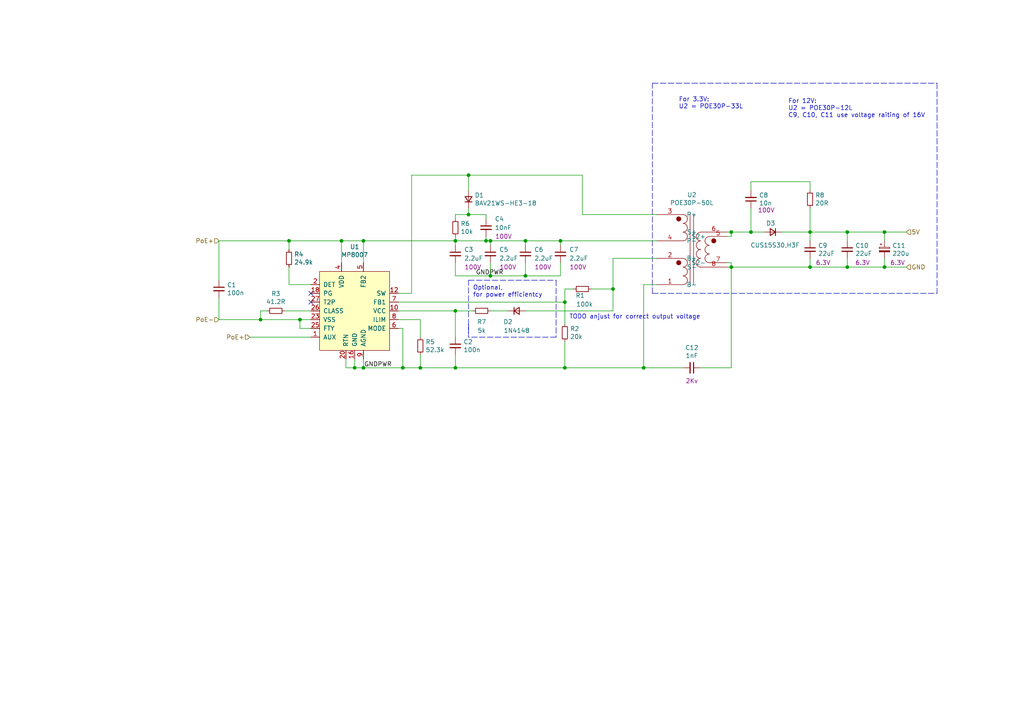
<source format=kicad_sch>
(kicad_sch (version 20211123) (generator eeschema)

  (uuid 6a45789b-3855-401f-8139-3c734f7f52f9)

  (paper "A4")

  (lib_symbols
    (symbol "Device:CP_Small" (pin_numbers hide) (pin_names (offset 0.254) hide) (in_bom yes) (on_board yes)
      (property "Reference" "C" (id 0) (at 0.254 1.778 0)
        (effects (font (size 1.27 1.27)) (justify left))
      )
      (property "Value" "Device_CP_Small" (id 1) (at 0.254 -2.032 0)
        (effects (font (size 1.27 1.27)) (justify left))
      )
      (property "Footprint" "" (id 2) (at 0 0 0)
        (effects (font (size 1.27 1.27)) hide)
      )
      (property "Datasheet" "" (id 3) (at 0 0 0)
        (effects (font (size 1.27 1.27)) hide)
      )
      (property "ki_fp_filters" "CP_*" (id 4) (at 0 0 0)
        (effects (font (size 1.27 1.27)) hide)
      )
      (symbol "CP_Small_0_1"
        (rectangle (start -1.524 -0.3048) (end 1.524 -0.6858)
          (stroke (width 0) (type default) (color 0 0 0 0))
          (fill (type outline))
        )
        (rectangle (start -1.524 0.6858) (end 1.524 0.3048)
          (stroke (width 0) (type default) (color 0 0 0 0))
          (fill (type none))
        )
        (polyline
          (pts
            (xy -1.27 1.524)
            (xy -0.762 1.524)
          )
          (stroke (width 0) (type default) (color 0 0 0 0))
          (fill (type none))
        )
        (polyline
          (pts
            (xy -1.016 1.27)
            (xy -1.016 1.778)
          )
          (stroke (width 0) (type default) (color 0 0 0 0))
          (fill (type none))
        )
      )
      (symbol "CP_Small_1_1"
        (pin passive line (at 0 2.54 270) (length 1.8542)
          (name "~" (effects (font (size 1.27 1.27))))
          (number "1" (effects (font (size 1.27 1.27))))
        )
        (pin passive line (at 0 -2.54 90) (length 1.8542)
          (name "~" (effects (font (size 1.27 1.27))))
          (number "2" (effects (font (size 1.27 1.27))))
        )
      )
    )
    (symbol "Device:C_Small" (pin_numbers hide) (pin_names (offset 0.254) hide) (in_bom yes) (on_board yes)
      (property "Reference" "C" (id 0) (at 0.254 1.778 0)
        (effects (font (size 1.27 1.27)) (justify left))
      )
      (property "Value" "C_Small" (id 1) (at 0.254 -2.032 0)
        (effects (font (size 1.27 1.27)) (justify left))
      )
      (property "Footprint" "" (id 2) (at 0 0 0)
        (effects (font (size 1.27 1.27)) hide)
      )
      (property "Datasheet" "~" (id 3) (at 0 0 0)
        (effects (font (size 1.27 1.27)) hide)
      )
      (property "ki_keywords" "capacitor cap" (id 4) (at 0 0 0)
        (effects (font (size 1.27 1.27)) hide)
      )
      (property "ki_description" "Unpolarized capacitor, small symbol" (id 5) (at 0 0 0)
        (effects (font (size 1.27 1.27)) hide)
      )
      (property "ki_fp_filters" "C_*" (id 6) (at 0 0 0)
        (effects (font (size 1.27 1.27)) hide)
      )
      (symbol "C_Small_0_1"
        (polyline
          (pts
            (xy -1.524 -0.508)
            (xy 1.524 -0.508)
          )
          (stroke (width 0.3302) (type default) (color 0 0 0 0))
          (fill (type none))
        )
        (polyline
          (pts
            (xy -1.524 0.508)
            (xy 1.524 0.508)
          )
          (stroke (width 0.3048) (type default) (color 0 0 0 0))
          (fill (type none))
        )
      )
      (symbol "C_Small_1_1"
        (pin passive line (at 0 2.54 270) (length 2.032)
          (name "~" (effects (font (size 1.27 1.27))))
          (number "1" (effects (font (size 1.27 1.27))))
        )
        (pin passive line (at 0 -2.54 90) (length 2.032)
          (name "~" (effects (font (size 1.27 1.27))))
          (number "2" (effects (font (size 1.27 1.27))))
        )
      )
    )
    (symbol "Device:D_Small" (pin_numbers hide) (pin_names (offset 0.254) hide) (in_bom yes) (on_board yes)
      (property "Reference" "D" (id 0) (at -1.27 2.032 0)
        (effects (font (size 1.27 1.27)) (justify left))
      )
      (property "Value" "D_Small" (id 1) (at -3.81 -2.032 0)
        (effects (font (size 1.27 1.27)) (justify left))
      )
      (property "Footprint" "" (id 2) (at 0 0 90)
        (effects (font (size 1.27 1.27)) hide)
      )
      (property "Datasheet" "~" (id 3) (at 0 0 90)
        (effects (font (size 1.27 1.27)) hide)
      )
      (property "ki_keywords" "diode" (id 4) (at 0 0 0)
        (effects (font (size 1.27 1.27)) hide)
      )
      (property "ki_description" "Diode, small symbol" (id 5) (at 0 0 0)
        (effects (font (size 1.27 1.27)) hide)
      )
      (property "ki_fp_filters" "TO-???* *_Diode_* *SingleDiode* D_*" (id 6) (at 0 0 0)
        (effects (font (size 1.27 1.27)) hide)
      )
      (symbol "D_Small_0_1"
        (polyline
          (pts
            (xy -0.762 -1.016)
            (xy -0.762 1.016)
          )
          (stroke (width 0.254) (type default) (color 0 0 0 0))
          (fill (type none))
        )
        (polyline
          (pts
            (xy -0.762 0)
            (xy 0.762 0)
          )
          (stroke (width 0) (type default) (color 0 0 0 0))
          (fill (type none))
        )
        (polyline
          (pts
            (xy 0.762 -1.016)
            (xy -0.762 0)
            (xy 0.762 1.016)
            (xy 0.762 -1.016)
          )
          (stroke (width 0.254) (type default) (color 0 0 0 0))
          (fill (type none))
        )
      )
      (symbol "D_Small_1_1"
        (pin passive line (at -2.54 0 0) (length 1.778)
          (name "K" (effects (font (size 1.27 1.27))))
          (number "1" (effects (font (size 1.27 1.27))))
        )
        (pin passive line (at 2.54 0 180) (length 1.778)
          (name "A" (effects (font (size 1.27 1.27))))
          (number "2" (effects (font (size 1.27 1.27))))
        )
      )
    )
    (symbol "Device:R_Small" (pin_numbers hide) (pin_names (offset 0.254) hide) (in_bom yes) (on_board yes)
      (property "Reference" "R" (id 0) (at 0.762 0.508 0)
        (effects (font (size 1.27 1.27)) (justify left))
      )
      (property "Value" "R_Small" (id 1) (at 0.762 -1.016 0)
        (effects (font (size 1.27 1.27)) (justify left))
      )
      (property "Footprint" "" (id 2) (at 0 0 0)
        (effects (font (size 1.27 1.27)) hide)
      )
      (property "Datasheet" "~" (id 3) (at 0 0 0)
        (effects (font (size 1.27 1.27)) hide)
      )
      (property "ki_keywords" "R resistor" (id 4) (at 0 0 0)
        (effects (font (size 1.27 1.27)) hide)
      )
      (property "ki_description" "Resistor, small symbol" (id 5) (at 0 0 0)
        (effects (font (size 1.27 1.27)) hide)
      )
      (property "ki_fp_filters" "R_*" (id 6) (at 0 0 0)
        (effects (font (size 1.27 1.27)) hide)
      )
      (symbol "R_Small_0_1"
        (rectangle (start -0.762 1.778) (end 0.762 -1.778)
          (stroke (width 0.2032) (type default) (color 0 0 0 0))
          (fill (type none))
        )
      )
      (symbol "R_Small_1_1"
        (pin passive line (at 0 2.54 270) (length 0.762)
          (name "~" (effects (font (size 1.27 1.27))))
          (number "1" (effects (font (size 1.27 1.27))))
        )
        (pin passive line (at 0 -2.54 90) (length 0.762)
          (name "~" (effects (font (size 1.27 1.27))))
          (number "2" (effects (font (size 1.27 1.27))))
        )
      )
    )
    (symbol "b033:POE70P-50L" (pin_names (offset 1.016)) (in_bom yes) (on_board yes)
      (property "Reference" "U" (id 0) (at 0 0 0)
        (effects (font (size 1.27 1.27)))
      )
      (property "Value" "POE70P-50L" (id 1) (at 0 12.7 0)
        (effects (font (size 1.27 1.27)))
      )
      (property "Footprint" "" (id 2) (at 0 0 0)
        (effects (font (size 1.27 1.27)) hide)
      )
      (property "Datasheet" "" (id 3) (at 0 0 0)
        (effects (font (size 1.27 1.27)) hide)
      )
      (symbol "POE70P-50L_0_1"
        (circle (center -3.81 -3.81) (radius 0.635)
          (stroke (width 0) (type default) (color 0 0 0 0))
          (fill (type outline))
        )
        (circle (center -3.81 8.89) (radius 0.635)
          (stroke (width 0) (type default) (color 0 0 0 0))
          (fill (type outline))
        )
        (circle (center 6.35 2.54) (radius 0.635)
          (stroke (width 0) (type default) (color 0 0 0 0))
          (fill (type outline))
        )
      )
      (symbol "POE70P-50L_1_1"
        (arc (start -2.54 -10.16) (mid -1.642 -9.788) (end -1.2954 -8.89)
          (stroke (width 0) (type default) (color 0 0 0 0))
          (fill (type none))
        )
        (arc (start -2.54 -7.62) (mid -1.642 -7.248) (end -1.2954 -6.35)
          (stroke (width 0) (type default) (color 0 0 0 0))
          (fill (type none))
        )
        (arc (start -2.54 -5.08) (mid -1.642 -4.708) (end -1.2954 -3.81)
          (stroke (width 0) (type default) (color 0 0 0 0))
          (fill (type none))
        )
        (arc (start -2.54 2.54) (mid -1.642 2.912) (end -1.2954 3.81)
          (stroke (width 0) (type default) (color 0 0 0 0))
          (fill (type none))
        )
        (arc (start -2.54 5.08) (mid -1.642 5.452) (end -1.2954 6.35)
          (stroke (width 0) (type default) (color 0 0 0 0))
          (fill (type none))
        )
        (arc (start -2.54 7.62) (mid -1.642 7.992) (end -1.2954 8.89)
          (stroke (width 0) (type default) (color 0 0 0 0))
          (fill (type none))
        )
        (arc (start -1.2954 -8.89) (mid -1.6599 -8.0099) (end -2.54 -7.6454)
          (stroke (width 0) (type default) (color 0 0 0 0))
          (fill (type none))
        )
        (arc (start -1.2954 -6.35) (mid -1.6599 -5.4699) (end -2.54 -5.1054)
          (stroke (width 0) (type default) (color 0 0 0 0))
          (fill (type none))
        )
        (arc (start -1.2954 -3.81) (mid -1.6599 -2.9299) (end -2.54 -2.5654)
          (stroke (width 0) (type default) (color 0 0 0 0))
          (fill (type none))
        )
        (arc (start -1.2954 3.81) (mid -1.6599 4.6901) (end -2.54 5.0546)
          (stroke (width 0) (type default) (color 0 0 0 0))
          (fill (type none))
        )
        (arc (start -1.2954 6.35) (mid -1.6599 7.2301) (end -2.54 7.5946)
          (stroke (width 0) (type default) (color 0 0 0 0))
          (fill (type none))
        )
        (arc (start -1.2954 8.89) (mid -1.6599 9.7701) (end -2.54 10.1346)
          (stroke (width 0) (type default) (color 0 0 0 0))
          (fill (type none))
        )
        (polyline
          (pts
            (xy -0.508 -10.16)
            (xy -0.508 10.16)
          )
          (stroke (width 0) (type default) (color 0 0 0 0))
          (fill (type none))
        )
        (polyline
          (pts
            (xy 0.508 10.16)
            (xy 0.508 -10.16)
          )
          (stroke (width 0) (type default) (color 0 0 0 0))
          (fill (type none))
        )
        (arc (start 1.27 -3.81) (mid 1.642 -4.708) (end 2.54 -5.08)
          (stroke (width 0) (type default) (color 0 0 0 0))
          (fill (type none))
        )
        (arc (start 1.27 -1.27) (mid 1.642 -2.168) (end 2.54 -2.54)
          (stroke (width 0) (type default) (color 0 0 0 0))
          (fill (type none))
        )
        (arc (start 1.27 1.27) (mid 1.642 0.372) (end 2.54 0)
          (stroke (width 0) (type default) (color 0 0 0 0))
          (fill (type none))
        )
        (arc (start 1.27 3.81) (mid 1.642 2.912) (end 2.54 2.54)
          (stroke (width 0) (type default) (color 0 0 0 0))
          (fill (type none))
        )
        (arc (start 2.54 -2.5654) (mid 1.6599 -2.9299) (end 1.27 -3.81)
          (stroke (width 0) (type default) (color 0 0 0 0))
          (fill (type none))
        )
        (arc (start 2.54 -0.0254) (mid 1.6599 -0.3899) (end 1.27 -1.27)
          (stroke (width 0) (type default) (color 0 0 0 0))
          (fill (type none))
        )
        (arc (start 2.54 2.5146) (mid 1.6599 2.1501) (end 1.27 1.27)
          (stroke (width 0) (type default) (color 0 0 0 0))
          (fill (type none))
        )
        (arc (start 2.54 5.0546) (mid 1.6599 4.6901) (end 1.27 3.81)
          (stroke (width 0) (type default) (color 0 0 0 0))
          (fill (type none))
        )
        (arc (start 3.81 -2.54) (mid 4.182 -3.438) (end 5.08 -3.81)
          (stroke (width 0) (type default) (color 0 0 0 0))
          (fill (type none))
        )
        (arc (start 3.81 0) (mid 4.182 -0.898) (end 5.08 -1.27)
          (stroke (width 0) (type default) (color 0 0 0 0))
          (fill (type none))
        )
        (arc (start 3.81 2.54) (mid 4.182 1.642) (end 5.08 1.27)
          (stroke (width 0) (type default) (color 0 0 0 0))
          (fill (type none))
        )
        (arc (start 5.08 -1.2954) (mid 4.1999 -1.6599) (end 3.81 -2.54)
          (stroke (width 0) (type default) (color 0 0 0 0))
          (fill (type none))
        )
        (arc (start 5.08 1.2446) (mid 4.1999 0.8801) (end 3.81 0)
          (stroke (width 0) (type default) (color 0 0 0 0))
          (fill (type none))
        )
        (arc (start 5.08 3.7846) (mid 4.1999 3.4201) (end 3.81 2.54)
          (stroke (width 0) (type default) (color 0 0 0 0))
          (fill (type none))
        )
        (pin passive line (at -10.16 -10.16 0) (length 7.62)
          (name "B-" (effects (font (size 1.27 1.27))))
          (number "1" (effects (font (size 1.27 1.27))))
        )
        (pin passive line (at -10.16 -2.54 0) (length 7.62)
          (name "B+" (effects (font (size 1.27 1.27))))
          (number "2" (effects (font (size 1.27 1.27))))
        )
        (pin passive line (at -10.16 10.16 0) (length 7.62)
          (name "P+" (effects (font (size 1.27 1.27))))
          (number "3" (effects (font (size 1.27 1.27))))
        )
        (pin passive line (at -10.16 2.54 0) (length 7.62)
          (name "P-" (effects (font (size 1.27 1.27))))
          (number "4" (effects (font (size 1.27 1.27))))
        )
        (pin passive line (at 10.16 3.81 180) (length 5.08)
          (name "S2+" (effects (font (size 1.27 1.27))))
          (number "5" (effects (font (size 1.27 1.27))))
        )
        (pin passive line (at 10.16 5.08 180) (length 7.62)
          (name "S+" (effects (font (size 1.27 1.27))))
          (number "6" (effects (font (size 1.27 1.27))))
        )
        (pin passive line (at 10.16 -3.81 180) (length 5.08)
          (name "S2-" (effects (font (size 1.27 1.27))))
          (number "7" (effects (font (size 1.27 1.27))))
        )
        (pin passive line (at 10.16 -5.08 180) (length 7.62)
          (name "S-" (effects (font (size 1.27 1.27))))
          (number "8" (effects (font (size 1.27 1.27))))
        )
      )
    )
    (symbol "board-rescue:MP8007-local" (pin_names (offset 1.016)) (in_bom yes) (on_board yes)
      (property "Reference" "U" (id 0) (at -5.08 11.43 0)
        (effects (font (size 1.27 1.27)))
      )
      (property "Value" "board-rescue_MP8007-local" (id 1) (at -1.27 -13.97 0)
        (effects (font (size 1.27 1.27)))
      )
      (property "Footprint" "" (id 2) (at -5.08 11.43 0)
        (effects (font (size 1.27 1.27)) hide)
      )
      (property "Datasheet" "" (id 3) (at -5.08 11.43 0)
        (effects (font (size 1.27 1.27)) hide)
      )
      (symbol "MP8007-local_0_1"
        (rectangle (start -6.35 10.16) (end 13.97 -12.7)
          (stroke (width 0) (type default) (color 0 0 0 0))
          (fill (type background))
        )
      )
      (symbol "MP8007-local_1_1"
        (pin input line (at -8.89 -8.89 0) (length 2.54)
          (name "AUX" (effects (font (size 1.27 1.27))))
          (number "1" (effects (font (size 1.27 1.27))))
        )
        (pin input line (at 16.51 -1.27 180) (length 2.54)
          (name "VCC" (effects (font (size 1.27 1.27))))
          (number "10" (effects (font (size 1.27 1.27))))
        )
        (pin input line (at 16.51 3.81 180) (length 2.54)
          (name "SW" (effects (font (size 1.27 1.27))))
          (number "12" (effects (font (size 1.27 1.27))))
        )
        (pin input line (at 16.51 3.81 180) (length 2.54) hide
          (name "~" (effects (font (size 1.27 1.27))))
          (number "13" (effects (font (size 1.27 1.27))))
        )
        (pin input line (at 3.81 -15.24 90) (length 2.54)
          (name "GND" (effects (font (size 1.27 1.27))))
          (number "16" (effects (font (size 1.27 1.27))))
        )
        (pin input line (at 3.81 -15.24 90) (length 2.54) hide
          (name "~" (effects (font (size 1.27 1.27))))
          (number "17" (effects (font (size 1.27 1.27))))
        )
        (pin input line (at -8.89 3.81 0) (length 2.54)
          (name "PG" (effects (font (size 1.27 1.27))))
          (number "18" (effects (font (size 1.27 1.27))))
        )
        (pin input line (at -8.89 6.35 0) (length 2.54)
          (name "DET" (effects (font (size 1.27 1.27))))
          (number "2" (effects (font (size 1.27 1.27))))
        )
        (pin input line (at 1.27 -15.24 90) (length 2.54)
          (name "RTN" (effects (font (size 1.27 1.27))))
          (number "20" (effects (font (size 1.27 1.27))))
        )
        (pin input line (at 1.27 -15.24 90) (length 2.54) hide
          (name "~" (effects (font (size 1.27 1.27))))
          (number "21" (effects (font (size 1.27 1.27))))
        )
        (pin input line (at -8.89 -3.81 0) (length 2.54)
          (name "VSS" (effects (font (size 1.27 1.27))))
          (number "23" (effects (font (size 1.27 1.27))))
        )
        (pin input line (at -8.89 -3.81 0) (length 2.54) hide
          (name "~" (effects (font (size 1.27 1.27))))
          (number "24" (effects (font (size 1.27 1.27))))
        )
        (pin input line (at -8.89 -6.35 0) (length 2.54)
          (name "FTY" (effects (font (size 1.27 1.27))))
          (number "25" (effects (font (size 1.27 1.27))))
        )
        (pin input line (at -8.89 -1.27 0) (length 2.54)
          (name "CLASS" (effects (font (size 1.27 1.27))))
          (number "26" (effects (font (size 1.27 1.27))))
        )
        (pin input line (at -8.89 1.27 0) (length 2.54)
          (name "T2P" (effects (font (size 1.27 1.27))))
          (number "27" (effects (font (size 1.27 1.27))))
        )
        (pin input line (at 3.81 -15.24 90) (length 2.54) hide
          (name "GND" (effects (font (size 1.27 1.27))))
          (number "29" (effects (font (size 1.27 1.27))))
        )
        (pin input line (at 0 12.7 270) (length 2.54)
          (name "VDD" (effects (font (size 1.27 1.27))))
          (number "4" (effects (font (size 1.27 1.27))))
        )
        (pin input line (at 6.35 12.7 270) (length 2.54)
          (name "FB2" (effects (font (size 1.27 1.27))))
          (number "5" (effects (font (size 1.27 1.27))))
        )
        (pin input line (at 16.51 -6.35 180) (length 2.54)
          (name "MODE" (effects (font (size 1.27 1.27))))
          (number "6" (effects (font (size 1.27 1.27))))
        )
        (pin input line (at 16.51 1.27 180) (length 2.54)
          (name "FB1" (effects (font (size 1.27 1.27))))
          (number "7" (effects (font (size 1.27 1.27))))
        )
        (pin input line (at 16.51 -3.81 180) (length 2.54)
          (name "ILIM" (effects (font (size 1.27 1.27))))
          (number "8" (effects (font (size 1.27 1.27))))
        )
        (pin input line (at 6.35 -15.24 90) (length 2.54)
          (name "AGND" (effects (font (size 1.27 1.27))))
          (number "9" (effects (font (size 1.27 1.27))))
        )
      )
    )
  )

  (junction (at 256.54 77.47) (diameter 0) (color 0 0 0 0)
    (uuid 057af6bb-cf6f-4bfb-b0c0-2e92a2c09a47)
  )
  (junction (at 234.95 77.47) (diameter 0) (color 0 0 0 0)
    (uuid 0ce8d3ab-2662-4158-8a2a-18b782908fc5)
  )
  (junction (at 142.24 69.85) (diameter 0) (color 0 0 0 0)
    (uuid 0ff508fd-18da-4ab7-9844-3c8a28c2587e)
  )
  (junction (at 132.08 90.17) (diameter 0) (color 0 0 0 0)
    (uuid 11a82611-b845-4333-a24e-b2ad6a8131a0)
  )
  (junction (at 142.24 80.01) (diameter 0) (color 0 0 0 0)
    (uuid 16bd6381-8ac0-4bf2-9dce-ecc20c724b8d)
  )
  (junction (at 102.87 106.68) (diameter 0) (color 0 0 0 0)
    (uuid 240e07e1-770b-4b27-894f-29fd601c924d)
  )
  (junction (at 132.08 106.68) (diameter 0) (color 0 0 0 0)
    (uuid 3b7cfda6-4679-4e99-854d-11e7f503b315)
  )
  (junction (at 132.08 69.85) (diameter 0) (color 0 0 0 0)
    (uuid 40165eda-4ba6-4565-9bb4-b9df6dbb08da)
  )
  (junction (at 105.41 106.68) (diameter 0) (color 0 0 0 0)
    (uuid 4a4ec8d9-3d72-4952-83d4-808f65849a2b)
  )
  (junction (at 163.83 106.68) (diameter 0) (color 0 0 0 0)
    (uuid 520848c9-07c5-4c55-928f-97058af72a92)
  )
  (junction (at 152.4 80.01) (diameter 0) (color 0 0 0 0)
    (uuid 60dcd1fe-7079-4cb8-b509-04558ccf5097)
  )
  (junction (at 105.41 69.85) (diameter 0) (color 0 0 0 0)
    (uuid 63ff1c93-3f96-4c33-b498-5dd8c33bccc0)
  )
  (junction (at 75.565 92.71) (diameter 0) (color 0 0 0 0)
    (uuid 6441b183-b8f2-458f-a23d-60e2b1f66dd6)
  )
  (junction (at 162.56 69.85) (diameter 0) (color 0 0 0 0)
    (uuid 70e15522-1572-4451-9c0d-6d36ac70d8c6)
  )
  (junction (at 256.54 67.31) (diameter 0) (color 0 0 0 0)
    (uuid 7b044939-8c4d-444f-b9e0-a15fcdeb5a86)
  )
  (junction (at 212.09 77.47) (diameter 0) (color 0 0 0 0)
    (uuid 7f52d787-caa3-4a92-b1b2-19d554dc29a4)
  )
  (junction (at 212.09 67.31) (diameter 0) (color 0 0 0 0)
    (uuid 8087f566-a94d-4bbc-985b-e49ee7762296)
  )
  (junction (at 163.83 87.63) (diameter 0) (color 0 0 0 0)
    (uuid 91f39f89-5780-45fb-a921-225d78f7cfb8)
  )
  (junction (at 177.8 83.82) (diameter 0) (color 0 0 0 0)
    (uuid 9ae2a8ba-8e15-47c3-8e54-7b5a4d168d3a)
  )
  (junction (at 217.805 67.31) (diameter 0) (color 0 0 0 0)
    (uuid 9b3c58a7-a9b9-4498-abc0-f9f43e4f0292)
  )
  (junction (at 86.995 92.71) (diameter 0) (color 0 0 0 0)
    (uuid 9bb20359-0f8b-45bc-9d38-6626ed3a939d)
  )
  (junction (at 234.95 67.31) (diameter 0) (color 0 0 0 0)
    (uuid a9b3f6e4-7a6d-4ae8-ad28-3d8458e0ca1a)
  )
  (junction (at 121.92 106.68) (diameter 0) (color 0 0 0 0)
    (uuid ae5fe6fe-bc7c-4b65-bb00-379280d9763c)
  )
  (junction (at 140.97 69.85) (diameter 0) (color 0 0 0 0)
    (uuid af80deb4-0879-4ca7-9550-e2fc0ae9ca21)
  )
  (junction (at 83.82 69.85) (diameter 0) (color 0 0 0 0)
    (uuid b71636c1-4132-48e3-9204-739dec873f8e)
  )
  (junction (at 245.745 77.47) (diameter 0) (color 0 0 0 0)
    (uuid be645d0f-8568-47a0-a152-e3ddd33563eb)
  )
  (junction (at 99.06 69.85) (diameter 0) (color 0 0 0 0)
    (uuid c01d25cd-f4bb-4ef3-b5ea-533a2a4ddb2b)
  )
  (junction (at 152.4 69.85) (diameter 0) (color 0 0 0 0)
    (uuid c332fa55-4168-4f55-88a5-f82c7c21040b)
  )
  (junction (at 135.89 62.23) (diameter 0) (color 0 0 0 0)
    (uuid c830e3bc-dc64-4f65-8f47-3b106bae2807)
  )
  (junction (at 135.89 50.8) (diameter 0) (color 0 0 0 0)
    (uuid d5641ac9-9be7-46bf-90b3-6c83d852b5ba)
  )
  (junction (at 245.745 67.31) (diameter 0) (color 0 0 0 0)
    (uuid d5b800ca-1ab6-4b66-b5f7-2dda5658b504)
  )
  (junction (at 116.84 106.68) (diameter 0) (color 0 0 0 0)
    (uuid ea0cd904-4205-44ba-9130-cda7eaafed19)
  )
  (junction (at 186.69 106.68) (diameter 0) (color 0 0 0 0)
    (uuid ec5c2062-3a41-4636-8803-069e60a1641a)
  )

  (no_connect (at 90.17 87.63) (uuid 852dabbf-de45-4470-8176-59d37a754407))
  (no_connect (at 90.17 85.09) (uuid b5352a33-563a-4ffe-a231-2e68fb54afa3))

  (wire (pts (xy 102.87 106.68) (xy 100.33 106.68))
    (stroke (width 0) (type default) (color 0 0 0 0))
    (uuid 003c2200-0632-4808-a662-8ddd5d30c768)
  )
  (wire (pts (xy 186.69 82.55) (xy 190.5 82.55))
    (stroke (width 0) (type default) (color 0 0 0 0))
    (uuid 01e9b6e7-adf9-4ee7-9447-a588630ee4a2)
  )
  (wire (pts (xy 132.08 90.17) (xy 137.16 90.17))
    (stroke (width 0) (type default) (color 0 0 0 0))
    (uuid 02cbc65e-0f6f-4a8d-af09-ce19c898a947)
  )
  (wire (pts (xy 256.54 69.85) (xy 256.54 67.31))
    (stroke (width 0) (type default) (color 0 0 0 0))
    (uuid 0325ec43-0390-4ae2-b055-b1ec6ce17b1c)
  )
  (wire (pts (xy 63.5 69.85) (xy 63.5 81.28))
    (stroke (width 0) (type default) (color 0 0 0 0))
    (uuid 03c52831-5dc5-43c5-a442-8d23643b46fb)
  )
  (wire (pts (xy 132.08 80.01) (xy 142.24 80.01))
    (stroke (width 0) (type default) (color 0 0 0 0))
    (uuid 0755aee5-bc01-4cb5-b830-583289df50a3)
  )
  (polyline (pts (xy 135.89 96.52) (xy 135.89 81.28))
    (stroke (width 0) (type default) (color 0 0 0 0))
    (uuid 09e8f97a-12e9-485f-89f2-0980acdfb3f6)
  )

  (wire (pts (xy 166.37 83.82) (xy 163.83 83.82))
    (stroke (width 0) (type default) (color 0 0 0 0))
    (uuid 0ec0fce1-a505-4223-8032-dc820da65700)
  )
  (wire (pts (xy 212.09 77.47) (xy 234.95 77.47))
    (stroke (width 0) (type default) (color 0 0 0 0))
    (uuid 101ef598-601d-400e-9ef6-d655fbb1dbfa)
  )
  (wire (pts (xy 152.4 90.17) (xy 177.8 90.17))
    (stroke (width 0) (type default) (color 0 0 0 0))
    (uuid 15f7d860-bc3a-4f74-81bf-aef3a6d89b19)
  )
  (wire (pts (xy 132.08 90.17) (xy 132.08 97.79))
    (stroke (width 0) (type default) (color 0 0 0 0))
    (uuid 184c5f4f-80ff-4c30-8cb0-d3d23ffa6502)
  )
  (wire (pts (xy 115.57 87.63) (xy 163.83 87.63))
    (stroke (width 0) (type default) (color 0 0 0 0))
    (uuid 1922e0f8-88da-4cca-959b-702ec5419469)
  )
  (wire (pts (xy 83.82 82.55) (xy 90.17 82.55))
    (stroke (width 0) (type default) (color 0 0 0 0))
    (uuid 1bf544e3-5940-4576-9291-2464e95c0ee2)
  )
  (wire (pts (xy 135.89 55.245) (xy 135.89 50.8))
    (stroke (width 0) (type default) (color 0 0 0 0))
    (uuid 1e8701fc-ad24-40ea-846a-e3db538d6077)
  )
  (wire (pts (xy 217.805 55.245) (xy 217.805 52.705))
    (stroke (width 0) (type default) (color 0 0 0 0))
    (uuid 20c315f4-1e4f-49aa-8d61-778a7389df7e)
  )
  (wire (pts (xy 135.89 62.23) (xy 140.97 62.23))
    (stroke (width 0) (type default) (color 0 0 0 0))
    (uuid 25d545dc-8f50-4573-922c-35ef5a2a3a19)
  )
  (wire (pts (xy 234.95 77.47) (xy 245.745 77.47))
    (stroke (width 0) (type default) (color 0 0 0 0))
    (uuid 29195ea4-8218-44a1-b4bf-466bee0082e4)
  )
  (wire (pts (xy 63.5 86.36) (xy 63.5 92.71))
    (stroke (width 0) (type default) (color 0 0 0 0))
    (uuid 29e78086-2175-405e-9ba3-c48766d2f50c)
  )
  (wire (pts (xy 86.995 92.71) (xy 90.17 92.71))
    (stroke (width 0) (type default) (color 0 0 0 0))
    (uuid 2d210a96-f81f-42a9-8bf4-1b43c11086f3)
  )
  (wire (pts (xy 163.83 99.06) (xy 163.83 106.68))
    (stroke (width 0) (type default) (color 0 0 0 0))
    (uuid 2d67a417-188f-4014-9282-000265d80009)
  )
  (wire (pts (xy 63.5 69.85) (xy 83.82 69.85))
    (stroke (width 0) (type default) (color 0 0 0 0))
    (uuid 2d6db888-4e40-41c8-b701-07170fc894bc)
  )
  (wire (pts (xy 115.57 95.25) (xy 116.84 95.25))
    (stroke (width 0) (type default) (color 0 0 0 0))
    (uuid 2ef76171-d74b-42f3-bc52-b28af8f62e15)
  )
  (wire (pts (xy 168.91 62.23) (xy 190.5 62.23))
    (stroke (width 0) (type default) (color 0 0 0 0))
    (uuid 2f215f15-3d52-4c91-93e6-3ea03a95622f)
  )
  (wire (pts (xy 75.565 92.71) (xy 86.995 92.71))
    (stroke (width 0) (type default) (color 0 0 0 0))
    (uuid 31e08896-1992-4725-96d9-9d2728bca7a3)
  )
  (wire (pts (xy 142.24 69.85) (xy 140.97 69.85))
    (stroke (width 0) (type default) (color 0 0 0 0))
    (uuid 378af8b4-af3d-46e7-89ae-deff12ca9067)
  )
  (wire (pts (xy 210.82 68.58) (xy 212.09 68.58))
    (stroke (width 0) (type default) (color 0 0 0 0))
    (uuid 3a52f112-cb97-43db-aaeb-20afe27664d7)
  )
  (wire (pts (xy 105.41 104.14) (xy 105.41 106.68))
    (stroke (width 0) (type default) (color 0 0 0 0))
    (uuid 3acc6506-d57a-4e0c-8eec-c18172009809)
  )
  (wire (pts (xy 171.45 83.82) (xy 177.8 83.82))
    (stroke (width 0) (type default) (color 0 0 0 0))
    (uuid 3b7947da-a593-4da0-9047-c53311bda4f3)
  )
  (wire (pts (xy 121.92 92.71) (xy 121.92 97.79))
    (stroke (width 0) (type default) (color 0 0 0 0))
    (uuid 405e0c99-b2ba-48eb-993b-80b1aef1e013)
  )
  (wire (pts (xy 132.08 102.87) (xy 132.08 106.68))
    (stroke (width 0) (type default) (color 0 0 0 0))
    (uuid 40d91498-f33b-4c20-8cae-6cbc1f0b07e9)
  )
  (wire (pts (xy 221.615 67.31) (xy 217.805 67.31))
    (stroke (width 0) (type default) (color 0 0 0 0))
    (uuid 41acfe41-fac7-432a-a7a3-946566e2d504)
  )
  (wire (pts (xy 142.24 90.17) (xy 147.32 90.17))
    (stroke (width 0) (type default) (color 0 0 0 0))
    (uuid 46b0148d-e2a0-406f-ad59-69dc93d08a5e)
  )
  (wire (pts (xy 162.56 76.2) (xy 162.56 80.01))
    (stroke (width 0) (type default) (color 0 0 0 0))
    (uuid 4a21e717-d46d-4d9e-8b98-af4ecb02d3ec)
  )
  (wire (pts (xy 86.995 95.25) (xy 90.17 95.25))
    (stroke (width 0) (type default) (color 0 0 0 0))
    (uuid 4c8eb964-bdf4-44de-90e9-e2ab82dd5313)
  )
  (wire (pts (xy 186.69 106.68) (xy 186.69 82.55))
    (stroke (width 0) (type default) (color 0 0 0 0))
    (uuid 4f66b314-0f62-4fb6-8c3c-f9c6a75cd3ec)
  )
  (wire (pts (xy 132.08 76.2) (xy 132.08 80.01))
    (stroke (width 0) (type default) (color 0 0 0 0))
    (uuid 4fb21471-41be-4be8-9687-66030f97befc)
  )
  (wire (pts (xy 115.57 85.09) (xy 119.38 85.09))
    (stroke (width 0) (type default) (color 0 0 0 0))
    (uuid 4fd5280c-0e61-4fd6-9080-fa30f092297c)
  )
  (wire (pts (xy 256.54 67.31) (xy 262.89 67.31))
    (stroke (width 0) (type default) (color 0 0 0 0))
    (uuid 576c6616-e95d-4f1e-8ead-dea30fcdc8c2)
  )
  (polyline (pts (xy 161.29 81.28) (xy 161.29 97.79))
    (stroke (width 0) (type default) (color 0 0 0 0))
    (uuid 5aa71689-c092-443f-bb7e-e0bcc073ced1)
  )

  (wire (pts (xy 163.83 106.68) (xy 186.69 106.68))
    (stroke (width 0) (type default) (color 0 0 0 0))
    (uuid 5b9c68d3-8634-4be7-8356-150252d07d5a)
  )
  (wire (pts (xy 198.12 106.68) (xy 186.69 106.68))
    (stroke (width 0) (type default) (color 0 0 0 0))
    (uuid 5edcefbe-9766-42c8-9529-28d0ec865573)
  )
  (wire (pts (xy 163.83 87.63) (xy 163.83 93.98))
    (stroke (width 0) (type default) (color 0 0 0 0))
    (uuid 5f0f3e5a-d243-4e89-b297-44d5ee1f2875)
  )
  (wire (pts (xy 168.91 50.8) (xy 168.91 62.23))
    (stroke (width 0) (type default) (color 0 0 0 0))
    (uuid 61fe293f-6808-4b7f-9340-9aaac7054a97)
  )
  (wire (pts (xy 210.82 77.47) (xy 212.09 77.47))
    (stroke (width 0) (type default) (color 0 0 0 0))
    (uuid 65134029-dbd2-409a-85a8-13c2a33ff019)
  )
  (wire (pts (xy 72.39 97.79) (xy 90.17 97.79))
    (stroke (width 0) (type default) (color 0 0 0 0))
    (uuid 66043bca-a260-4915-9fce-8a51d324c687)
  )
  (wire (pts (xy 152.4 69.85) (xy 142.24 69.85))
    (stroke (width 0) (type default) (color 0 0 0 0))
    (uuid 68877d35-b796-44db-9124-b8e744e7412e)
  )
  (polyline (pts (xy 189.23 24.13) (xy 271.78 24.13))
    (stroke (width 0) (type default) (color 0 0 0 0))
    (uuid 7403e69e-3d33-49cf-adbd-0964e91897c3)
  )

  (wire (pts (xy 83.82 69.85) (xy 99.06 69.85))
    (stroke (width 0) (type default) (color 0 0 0 0))
    (uuid 78675a7c-978a-406e-826c-fcfa59ff4723)
  )
  (wire (pts (xy 234.95 67.31) (xy 245.745 67.31))
    (stroke (width 0) (type default) (color 0 0 0 0))
    (uuid 7a4ce4b3-518a-4819-b8b2-5127b3347c64)
  )
  (wire (pts (xy 83.82 72.39) (xy 83.82 69.85))
    (stroke (width 0) (type default) (color 0 0 0 0))
    (uuid 7aed3a71-054b-4aaa-9c0a-030523c32827)
  )
  (polyline (pts (xy 135.89 81.28) (xy 161.29 81.28))
    (stroke (width 0) (type default) (color 0 0 0 0))
    (uuid 7c43f979-cf52-40c1-b925-c13f4533bb6c)
  )

  (wire (pts (xy 115.57 90.17) (xy 132.08 90.17))
    (stroke (width 0) (type default) (color 0 0 0 0))
    (uuid 7d9ac997-beef-4d99-b925-723c3b2719d1)
  )
  (wire (pts (xy 132.08 69.85) (xy 105.41 69.85))
    (stroke (width 0) (type default) (color 0 0 0 0))
    (uuid 7e023245-2c2b-4e2b-bfb9-5d35176e88f2)
  )
  (wire (pts (xy 217.805 52.705) (xy 234.95 52.705))
    (stroke (width 0) (type default) (color 0 0 0 0))
    (uuid 7e0a03ae-d054-4f76-a131-5c09b8dc1636)
  )
  (wire (pts (xy 152.4 71.12) (xy 152.4 69.85))
    (stroke (width 0) (type default) (color 0 0 0 0))
    (uuid 7e20a38c-bfc6-4ad1-914f-16f85f69a7af)
  )
  (wire (pts (xy 100.33 106.68) (xy 100.33 104.14))
    (stroke (width 0) (type default) (color 0 0 0 0))
    (uuid 7edc9030-db7b-43ac-a1b3-b87eeacb4c2d)
  )
  (wire (pts (xy 210.82 76.2) (xy 212.09 76.2))
    (stroke (width 0) (type default) (color 0 0 0 0))
    (uuid 7f2301df-e4bc-479e-a681-cc59c9a2dbbb)
  )
  (wire (pts (xy 82.55 90.17) (xy 90.17 90.17))
    (stroke (width 0) (type default) (color 0 0 0 0))
    (uuid 80094b70-85ab-4ff6-934b-60d5ee65023a)
  )
  (wire (pts (xy 203.2 106.68) (xy 212.09 106.68))
    (stroke (width 0) (type default) (color 0 0 0 0))
    (uuid 81a15393-727e-448b-a777-b18773023d89)
  )
  (wire (pts (xy 177.8 74.93) (xy 190.5 74.93))
    (stroke (width 0) (type default) (color 0 0 0 0))
    (uuid 834a6e88-a667-436c-8984-968d3dc6b5ab)
  )
  (wire (pts (xy 116.84 106.68) (xy 121.92 106.68))
    (stroke (width 0) (type default) (color 0 0 0 0))
    (uuid 83cb2ffc-60c9-4193-95f5-e7ed231736d0)
  )
  (wire (pts (xy 142.24 76.2) (xy 142.24 80.01))
    (stroke (width 0) (type default) (color 0 0 0 0))
    (uuid 85b7594c-358f-454b-b2ad-dd0b1d67ed76)
  )
  (wire (pts (xy 142.24 71.12) (xy 142.24 69.85))
    (stroke (width 0) (type default) (color 0 0 0 0))
    (uuid 88a9e4a5-097e-4bcc-9933-97e526fca940)
  )
  (wire (pts (xy 132.08 68.58) (xy 132.08 69.85))
    (stroke (width 0) (type default) (color 0 0 0 0))
    (uuid 8c6a821f-8e19-48f3-8f44-9b340f7689bc)
  )
  (polyline (pts (xy 135.89 93.98) (xy 135.89 97.79))
    (stroke (width 0) (type default) (color 0 0 0 0))
    (uuid 9049abed-26e4-4d24-af33-8f164e007eaf)
  )

  (wire (pts (xy 256.54 77.47) (xy 262.89 77.47))
    (stroke (width 0) (type default) (color 0 0 0 0))
    (uuid 935f462d-8b1e-4005-9f1e-17f537ab1756)
  )
  (wire (pts (xy 63.5 92.71) (xy 75.565 92.71))
    (stroke (width 0) (type default) (color 0 0 0 0))
    (uuid 94a873dc-af67-4ef9-8159-1f7c93eeb3d7)
  )
  (wire (pts (xy 162.56 71.12) (xy 162.56 69.85))
    (stroke (width 0) (type default) (color 0 0 0 0))
    (uuid 958855b3-4fb1-4f0f-8144-522f8724af42)
  )
  (wire (pts (xy 212.09 67.31) (xy 210.82 67.31))
    (stroke (width 0) (type default) (color 0 0 0 0))
    (uuid 98c78427-acd5-4f90-9ad6-9f61c4809aec)
  )
  (wire (pts (xy 163.83 83.82) (xy 163.83 87.63))
    (stroke (width 0) (type default) (color 0 0 0 0))
    (uuid 98cdc14d-19b8-4927-9f66-8921cdc35ab3)
  )
  (polyline (pts (xy 161.29 97.79) (xy 135.89 97.79))
    (stroke (width 0) (type default) (color 0 0 0 0))
    (uuid 9a341c98-b4b7-4785-85e6-befff8f88490)
  )

  (wire (pts (xy 105.41 69.85) (xy 105.41 76.2))
    (stroke (width 0) (type default) (color 0 0 0 0))
    (uuid 9b0a1687-7e1b-4a04-a30b-c27a072a2949)
  )
  (wire (pts (xy 190.5 69.85) (xy 162.56 69.85))
    (stroke (width 0) (type default) (color 0 0 0 0))
    (uuid 9e1b837f-0d34-4a18-9644-9ee68f141f46)
  )
  (wire (pts (xy 99.06 69.85) (xy 99.06 76.2))
    (stroke (width 0) (type default) (color 0 0 0 0))
    (uuid a1823eb2-fb0d-4ed8-8b96-04184ac3a9d5)
  )
  (wire (pts (xy 116.84 95.25) (xy 116.84 106.68))
    (stroke (width 0) (type default) (color 0 0 0 0))
    (uuid a1deb9ae-28f6-4ee3-a544-965dcf68026c)
  )
  (wire (pts (xy 212.09 106.68) (xy 212.09 77.47))
    (stroke (width 0) (type default) (color 0 0 0 0))
    (uuid a4f86a46-3bc8-4daa-9125-a63f297eb114)
  )
  (wire (pts (xy 142.24 80.01) (xy 152.4 80.01))
    (stroke (width 0) (type default) (color 0 0 0 0))
    (uuid a5cd8da1-8f7f-4f80-bb23-0317de562222)
  )
  (wire (pts (xy 226.695 67.31) (xy 234.95 67.31))
    (stroke (width 0) (type default) (color 0 0 0 0))
    (uuid a6b7df29-bcf8-46a9-b623-7eaac47f5110)
  )
  (wire (pts (xy 212.09 76.2) (xy 212.09 77.47))
    (stroke (width 0) (type default) (color 0 0 0 0))
    (uuid a8447faf-e0a0-4c4a-ae53-4d4b28669151)
  )
  (wire (pts (xy 86.995 95.25) (xy 86.995 92.71))
    (stroke (width 0) (type default) (color 0 0 0 0))
    (uuid aa14c3bd-4acc-4908-9d28-228585a22a9d)
  )
  (wire (pts (xy 177.8 74.93) (xy 177.8 83.82))
    (stroke (width 0) (type default) (color 0 0 0 0))
    (uuid aadded19-c3e5-4f16-bdee-518ec29536e9)
  )
  (wire (pts (xy 140.97 62.23) (xy 140.97 63.5))
    (stroke (width 0) (type default) (color 0 0 0 0))
    (uuid aca4de92-9c41-4c2b-9afa-540d02dafa1c)
  )
  (wire (pts (xy 234.95 74.93) (xy 234.95 77.47))
    (stroke (width 0) (type default) (color 0 0 0 0))
    (uuid b0906e10-2fbc-4309-a8b4-6fc4cd1a5490)
  )
  (wire (pts (xy 245.745 77.47) (xy 256.54 77.47))
    (stroke (width 0) (type default) (color 0 0 0 0))
    (uuid bd9595a1-04f3-4fda-8f1b-e65ad874edd3)
  )
  (wire (pts (xy 75.565 90.17) (xy 75.565 92.71))
    (stroke (width 0) (type default) (color 0 0 0 0))
    (uuid bfc0aadc-38cf-466e-a642-68fdc3138c78)
  )
  (wire (pts (xy 83.82 77.47) (xy 83.82 82.55))
    (stroke (width 0) (type default) (color 0 0 0 0))
    (uuid c0515cd2-cdaa-467e-8354-0f6eadfa35c9)
  )
  (polyline (pts (xy 189.23 85.09) (xy 189.23 24.13))
    (stroke (width 0) (type default) (color 0 0 0 0))
    (uuid c0925387-6865-4ae1-b5ee-15109c7a9020)
  )

  (wire (pts (xy 217.805 60.325) (xy 217.805 67.31))
    (stroke (width 0) (type default) (color 0 0 0 0))
    (uuid c094494a-f6f7-43fc-a007-4951484ddf3a)
  )
  (wire (pts (xy 135.89 50.8) (xy 168.91 50.8))
    (stroke (width 0) (type default) (color 0 0 0 0))
    (uuid c25a772d-af9c-4ebc-96f6-0966738c13a8)
  )
  (wire (pts (xy 135.89 60.325) (xy 135.89 62.23))
    (stroke (width 0) (type default) (color 0 0 0 0))
    (uuid c43663ee-9a0d-4f27-a292-89ba89964065)
  )
  (wire (pts (xy 140.97 68.58) (xy 140.97 69.85))
    (stroke (width 0) (type default) (color 0 0 0 0))
    (uuid c4d95c86-0913-42dc-bd75-e714c9e905f1)
  )
  (wire (pts (xy 152.4 80.01) (xy 162.56 80.01))
    (stroke (width 0) (type default) (color 0 0 0 0))
    (uuid c5eb1e4c-ce83-470e-8f32-e20ff1f886a3)
  )
  (wire (pts (xy 132.08 71.12) (xy 132.08 69.85))
    (stroke (width 0) (type default) (color 0 0 0 0))
    (uuid c5f9e977-5650-4f39-a99f-1e7408b8c4ec)
  )
  (wire (pts (xy 115.57 92.71) (xy 121.92 92.71))
    (stroke (width 0) (type default) (color 0 0 0 0))
    (uuid c67e2e6a-0dd2-4056-8c4c-585185ba555c)
  )
  (wire (pts (xy 132.08 69.85) (xy 140.97 69.85))
    (stroke (width 0) (type default) (color 0 0 0 0))
    (uuid c6b7f1cc-7660-4bab-9d51-2290dbfc44a2)
  )
  (wire (pts (xy 245.745 67.31) (xy 256.54 67.31))
    (stroke (width 0) (type default) (color 0 0 0 0))
    (uuid c9667181-b3c7-4b01-b8b4-baa29a9aea63)
  )
  (wire (pts (xy 105.41 106.68) (xy 116.84 106.68))
    (stroke (width 0) (type default) (color 0 0 0 0))
    (uuid ca87f11b-5f48-4b57-8535-68d3ec2fe5a9)
  )
  (polyline (pts (xy 189.23 85.09) (xy 271.78 85.09))
    (stroke (width 0) (type default) (color 0 0 0 0))
    (uuid cb0a5506-fec4-41e5-a3a8-562c08b58d0a)
  )

  (wire (pts (xy 256.54 74.93) (xy 256.54 77.47))
    (stroke (width 0) (type default) (color 0 0 0 0))
    (uuid cb16d05e-318b-4e51-867b-70d791d75bea)
  )
  (polyline (pts (xy 271.78 24.13) (xy 271.78 85.09))
    (stroke (width 0) (type default) (color 0 0 0 0))
    (uuid cbaf86fe-97dd-4c35-aede-e7578ee9c14b)
  )

  (wire (pts (xy 105.41 106.68) (xy 102.87 106.68))
    (stroke (width 0) (type default) (color 0 0 0 0))
    (uuid cbd8faed-e1f8-4406-87c8-58b2c504a5d4)
  )
  (wire (pts (xy 177.8 90.17) (xy 177.8 83.82))
    (stroke (width 0) (type default) (color 0 0 0 0))
    (uuid cd5ca5b8-cc80-41d4-bb88-5a2721319398)
  )
  (wire (pts (xy 121.92 102.87) (xy 121.92 106.68))
    (stroke (width 0) (type default) (color 0 0 0 0))
    (uuid cdd0fa06-b499-4938-bc40-064af7717318)
  )
  (wire (pts (xy 245.745 69.85) (xy 245.745 67.31))
    (stroke (width 0) (type default) (color 0 0 0 0))
    (uuid cff34251-839c-4da9-a0ad-85d0fc4e32af)
  )
  (wire (pts (xy 234.95 69.85) (xy 234.95 67.31))
    (stroke (width 0) (type default) (color 0 0 0 0))
    (uuid d0fb0864-e79b-4bdc-8e8e-eed0cabe6d56)
  )
  (wire (pts (xy 77.47 90.17) (xy 75.565 90.17))
    (stroke (width 0) (type default) (color 0 0 0 0))
    (uuid d4a1d3c4-b315-4bec-9220-d12a9eab51e0)
  )
  (wire (pts (xy 234.95 52.705) (xy 234.95 55.245))
    (stroke (width 0) (type default) (color 0 0 0 0))
    (uuid d6fb27cf-362d-4568-967c-a5bf49d5931b)
  )
  (wire (pts (xy 132.08 62.23) (xy 135.89 62.23))
    (stroke (width 0) (type default) (color 0 0 0 0))
    (uuid d7269d2a-b8c0-422d-8f25-f79ea31bf75e)
  )
  (wire (pts (xy 234.95 60.325) (xy 234.95 67.31))
    (stroke (width 0) (type default) (color 0 0 0 0))
    (uuid d9c6d5d2-0b49-49ba-a970-cd2c32f74c54)
  )
  (wire (pts (xy 162.56 69.85) (xy 152.4 69.85))
    (stroke (width 0) (type default) (color 0 0 0 0))
    (uuid dde51ae5-b215-445e-92bb-4a12ec410531)
  )
  (wire (pts (xy 119.38 85.09) (xy 119.38 50.8))
    (stroke (width 0) (type default) (color 0 0 0 0))
    (uuid de5a8b6e-17a7-4a5c-87ac-8acf812bc9a8)
  )
  (wire (pts (xy 102.87 104.14) (xy 102.87 106.68))
    (stroke (width 0) (type default) (color 0 0 0 0))
    (uuid e1923917-99c7-4106-85f8-b52f25c50401)
  )
  (wire (pts (xy 119.38 50.8) (xy 135.89 50.8))
    (stroke (width 0) (type default) (color 0 0 0 0))
    (uuid e229fe13-73d2-4649-b586-ad38ab331693)
  )
  (wire (pts (xy 217.805 67.31) (xy 212.09 67.31))
    (stroke (width 0) (type default) (color 0 0 0 0))
    (uuid e40e8cef-4fb0-4fc3-be09-3875b2cc8469)
  )
  (wire (pts (xy 132.08 63.5) (xy 132.08 62.23))
    (stroke (width 0) (type default) (color 0 0 0 0))
    (uuid e8c50f1b-c316-4110-9cce-5c24c65a1eaa)
  )
  (wire (pts (xy 245.745 74.93) (xy 245.745 77.47))
    (stroke (width 0) (type default) (color 0 0 0 0))
    (uuid ebd06df3-d52b-4cff-99a2-a771df6d3733)
  )
  (wire (pts (xy 152.4 76.2) (xy 152.4 80.01))
    (stroke (width 0) (type default) (color 0 0 0 0))
    (uuid ec31c074-17b2-48e1-ab01-071acad3fa04)
  )
  (wire (pts (xy 99.06 69.85) (xy 105.41 69.85))
    (stroke (width 0) (type default) (color 0 0 0 0))
    (uuid ee27d19c-8dca-4ac8-a760-6dfd54d28071)
  )
  (wire (pts (xy 121.92 106.68) (xy 132.08 106.68))
    (stroke (width 0) (type default) (color 0 0 0 0))
    (uuid f2288a4b-57e6-4ea6-9115-afb1c979cb4c)
  )
  (wire (pts (xy 212.09 68.58) (xy 212.09 67.31))
    (stroke (width 0) (type default) (color 0 0 0 0))
    (uuid f4eb0267-179f-46c9-b516-9bfb06bac1ba)
  )
  (wire (pts (xy 132.08 106.68) (xy 163.83 106.68))
    (stroke (width 0) (type default) (color 0 0 0 0))
    (uuid f6532f34-0cd8-4d2b-930c-05773ad3ecb2)
  )

  (text "For 12V:\nU2 = POE30P-12L\nC9, C10, C11 use voltage raiting of 16V "
    (at 228.6 34.29 0)
    (effects (font (size 1.27 1.27)) (justify left bottom))
    (uuid 0a8f3d04-bc06-4368-911b-2cf1aaa66165)
  )
  (text "Optional, \nfor power efficientcy" (at 137.16 86.36 0)
    (effects (font (size 1.27 1.27)) (justify left bottom))
    (uuid 344d0519-b2f9-470f-bd12-030f65ced931)
  )
  (text "TODO anjust for correct output voltage" (at 165.1 92.71 0)
    (effects (font (size 1.27 1.27)) (justify left bottom))
    (uuid 83d15766-dfad-40a4-ae4d-e04923139404)
  )
  (text "For 3.3V:\nU2 = POE30P-33L" (at 196.85 31.75 0)
    (effects (font (size 1.27 1.27)) (justify left bottom))
    (uuid fe665c4f-0b97-4419-9cfb-161d279b7e74)
  )

  (label "GNDPWR" (at 113.665 106.68 180)
    (effects (font (size 1.27 1.27)) (justify right bottom))
    (uuid 5528bcad-2950-4673-90eb-c37e6952c475)
  )
  (label "GNDPWR" (at 146.05 80.01 180)
    (effects (font (size 1.27 1.27)) (justify right bottom))
    (uuid 7599133e-c681-4202-85d9-c20dac196c64)
  )

  (hierarchical_label "5V" (shape input) (at 262.89 67.31 0)
    (effects (font (size 1.27 1.27)) (justify left))
    (uuid 127679a9-3981-4934-815e-896a4e3ff56e)
  )
  (hierarchical_label "GND" (shape input) (at 262.89 77.47 0)
    (effects (font (size 1.27 1.27)) (justify left))
    (uuid 48ab88d7-7084-4d02-b109-3ad55a30bb11)
  )
  (hierarchical_label "PoE-" (shape input) (at 63.5 92.71 180)
    (effects (font (size 1.27 1.27)) (justify right))
    (uuid 716e31c5-485f-40b5-88e3-a75900da9811)
  )
  (hierarchical_label "PoE+" (shape input) (at 72.39 97.79 180)
    (effects (font (size 1.27 1.27)) (justify right))
    (uuid 7bbf981c-a063-4e30-8911-e4228e1c0743)
  )
  (hierarchical_label "PoE+" (shape input) (at 63.5 69.85 180)
    (effects (font (size 1.27 1.27)) (justify right))
    (uuid b1086f75-01ba-4188-8d36-75a9e2828ca9)
  )

  (symbol (lib_id "board-rescue:MP8007-local") (at 99.06 88.9 0) (unit 1)
    (in_bom yes) (on_board yes)
    (uuid 00000000-0000-0000-0000-000060a0318a)
    (property "Reference" "U1" (id 0) (at 102.87 71.6026 0))
    (property "Value" "MP8007" (id 1) (at 102.87 73.914 0))
    (property "Footprint" "Package_DFN_QFN:QFN-28-1EP_4x5mm_P0.5mm_EP2.65x3.65mm_ThermalVias" (id 2) (at 93.98 77.47 0)
      (effects (font (size 1.27 1.27)) hide)
    )
    (property "Datasheet" "" (id 3) (at 93.98 77.47 0)
      (effects (font (size 1.27 1.27)) hide)
    )
    (pin "1" (uuid 84b49332-c009-4222-9715-891767babdf6))
    (pin "10" (uuid 80f04873-7bc4-4f8d-a001-9b4c1bacaa99))
    (pin "12" (uuid 7297708a-3ddb-437c-a022-029fc420f242))
    (pin "13" (uuid 80f8544b-efce-4726-8493-8054af38c28d))
    (pin "16" (uuid a43c0300-1cf5-4793-a686-2c168de41d61))
    (pin "17" (uuid 89628ef4-e6ac-4807-85d4-c52f8cf9e136))
    (pin "18" (uuid 45ab63b2-69a7-4901-a31d-21ac38882192))
    (pin "2" (uuid 17757662-228c-4c69-b30a-02c579f9c94a))
    (pin "20" (uuid 40c31842-f602-4408-b8d1-ee3550d6d805))
    (pin "21" (uuid d8b5bac9-55d0-45a0-8868-d3db243a870f))
    (pin "23" (uuid a495c44c-0621-4b81-8568-15d3eeb6bd10))
    (pin "24" (uuid 960e3980-6992-4f2f-be18-9d55b25deb4f))
    (pin "25" (uuid 6ff68425-4d5c-4047-bb2d-454338ea7222))
    (pin "26" (uuid a6bd56a6-2781-4a69-91bb-2c1492084c6c))
    (pin "27" (uuid a3d19ecf-a56e-4b08-882f-e0959ebaf9bb))
    (pin "29" (uuid 9472cabf-848d-4d17-9df0-8ca6c15a78bc))
    (pin "4" (uuid b767b8f8-ecce-4a00-9757-4efa3a524318))
    (pin "5" (uuid 0aea80b3-5920-4614-b5a1-211fc72588f6))
    (pin "6" (uuid 3b0eb3d0-4c1b-4d23-881b-acbb21fccdac))
    (pin "7" (uuid f1df8eee-8a89-44d0-bde3-f8189f69bdae))
    (pin "8" (uuid 0b1a71c3-e09d-4ef0-89b0-db61108da5e8))
    (pin "9" (uuid d408b27d-ea71-4900-b0e7-cb8fd5299291))
  )

  (symbol (lib_id "b033:POE70P-50L") (at 200.66 72.39 0) (unit 1)
    (in_bom yes) (on_board yes)
    (uuid 00000000-0000-0000-0000-000060a03af8)
    (property "Reference" "U2" (id 0) (at 200.66 56.515 0))
    (property "Value" "POE30P-50L" (id 1) (at 200.66 58.8264 0))
    (property "Footprint" "b033:Transformer_Coilcraft_POE30P" (id 2) (at 200.66 72.39 0)
      (effects (font (size 1.27 1.27)) hide)
    )
    (property "Datasheet" "" (id 3) (at 200.66 72.39 0)
      (effects (font (size 1.27 1.27)) hide)
    )
    (pin "1" (uuid fb4f5b9a-78f8-437f-a793-105c1797ae5b))
    (pin "2" (uuid 53c78b9f-e543-4d59-aa4f-6367dbb404ec))
    (pin "3" (uuid 01fa08a6-7be1-41f2-9d5f-9c8fd909b515))
    (pin "4" (uuid 4aac0332-f770-48bf-84c6-1f15cb6965e6))
    (pin "5" (uuid 51934aba-6bd8-4cf2-9180-7d8507ae546e))
    (pin "6" (uuid e8e54784-63be-4e29-bba0-8d06d3e6b108))
    (pin "7" (uuid 8969f576-03fa-4e04-b345-8d7fcf6d78ae))
    (pin "8" (uuid bab86d3f-0f50-4b90-9d25-b0d60c28a71e))
  )

  (symbol (lib_id "Device:C_Small") (at 63.5 83.82 0) (unit 1)
    (in_bom yes) (on_board yes)
    (uuid 00000000-0000-0000-0000-000060a06e25)
    (property "Reference" "C1" (id 0) (at 65.8368 82.6516 0)
      (effects (font (size 1.27 1.27)) (justify left))
    )
    (property "Value" "100n" (id 1) (at 65.8368 84.963 0)
      (effects (font (size 1.27 1.27)) (justify left))
    )
    (property "Footprint" "Capacitor_SMD:C_0603_1608Metric" (id 2) (at 63.5 83.82 0)
      (effects (font (size 1.27 1.27)) hide)
    )
    (property "Datasheet" "~" (id 3) (at 63.5 83.82 0)
      (effects (font (size 1.27 1.27)) hide)
    )
    (pin "1" (uuid 40101aa4-b797-46a5-aa9f-0bc748343854))
    (pin "2" (uuid 425d4e0c-4af7-4877-bb5f-21af91cfe52d))
  )

  (symbol (lib_id "Device:R_Small") (at 83.82 74.93 0) (unit 1)
    (in_bom yes) (on_board yes)
    (uuid 00000000-0000-0000-0000-000060a0839d)
    (property "Reference" "R4" (id 0) (at 85.3186 73.7616 0)
      (effects (font (size 1.27 1.27)) (justify left))
    )
    (property "Value" "24.9k" (id 1) (at 85.3186 76.073 0)
      (effects (font (size 1.27 1.27)) (justify left))
    )
    (property "Footprint" "Resistor_SMD:R_0603_1608Metric" (id 2) (at 83.82 74.93 0)
      (effects (font (size 1.27 1.27)) hide)
    )
    (property "Datasheet" "~" (id 3) (at 83.82 74.93 0)
      (effects (font (size 1.27 1.27)) hide)
    )
    (pin "1" (uuid 2f4e6d3b-e788-40fd-a30d-623725dbb33b))
    (pin "2" (uuid 16f46eb7-3179-4690-ba60-9ec9d64b3378))
  )

  (symbol (lib_id "Device:R_Small") (at 80.01 90.17 270) (unit 1)
    (in_bom yes) (on_board yes)
    (uuid 00000000-0000-0000-0000-000060a08fa6)
    (property "Reference" "R3" (id 0) (at 80.01 85.1916 90))
    (property "Value" "41.2R" (id 1) (at 80.01 87.503 90))
    (property "Footprint" "Resistor_SMD:R_0603_1608Metric" (id 2) (at 80.01 90.17 0)
      (effects (font (size 1.27 1.27)) hide)
    )
    (property "Datasheet" "~" (id 3) (at 80.01 90.17 0)
      (effects (font (size 1.27 1.27)) hide)
    )
    (pin "1" (uuid d2c61604-a816-4601-a1a6-18f90f86b771))
    (pin "2" (uuid ea87411d-3c37-4ee3-8f36-8e3a9f8bd10e))
  )

  (symbol (lib_id "Device:R_Small") (at 132.08 66.04 0) (unit 1)
    (in_bom yes) (on_board yes)
    (uuid 00000000-0000-0000-0000-000060a12ead)
    (property "Reference" "R6" (id 0) (at 133.5786 64.8716 0)
      (effects (font (size 1.27 1.27)) (justify left))
    )
    (property "Value" "10k" (id 1) (at 133.5786 67.183 0)
      (effects (font (size 1.27 1.27)) (justify left))
    )
    (property "Footprint" "Resistor_SMD:R_0603_1608Metric" (id 2) (at 132.08 66.04 0)
      (effects (font (size 1.27 1.27)) hide)
    )
    (property "Datasheet" "~" (id 3) (at 132.08 66.04 0)
      (effects (font (size 1.27 1.27)) hide)
    )
    (pin "1" (uuid ad71b609-e7e1-4666-9fd0-6d88c7d96f36))
    (pin "2" (uuid ba29d9b9-9df3-4ca5-8a70-aa01665f535e))
  )

  (symbol (lib_id "Device:C_Small") (at 140.97 66.04 0) (unit 1)
    (in_bom yes) (on_board yes)
    (uuid 00000000-0000-0000-0000-000060a13580)
    (property "Reference" "C4" (id 0) (at 143.51 63.5 0)
      (effects (font (size 1.27 1.27)) (justify left))
    )
    (property "Value" "10nF" (id 1) (at 143.51 66.04 0)
      (effects (font (size 1.27 1.27)) (justify left))
    )
    (property "Footprint" "Capacitor_SMD:C_0603_1608Metric" (id 2) (at 140.97 66.04 0)
      (effects (font (size 1.27 1.27)) hide)
    )
    (property "Datasheet" "~" (id 3) (at 140.97 66.04 0)
      (effects (font (size 1.27 1.27)) hide)
    )
    (property "Voltage" "100V" (id 4) (at 146.05 68.58 0))
    (pin "1" (uuid 0cf5165f-03e3-4954-97bb-e571f92bbbbe))
    (pin "2" (uuid 07459f39-3235-4839-b27e-387eaf36b5d8))
  )

  (symbol (lib_id "Device:D_Small") (at 135.89 57.785 90) (unit 1)
    (in_bom yes) (on_board yes)
    (uuid 00000000-0000-0000-0000-000060a1507f)
    (property "Reference" "D1" (id 0) (at 137.668 56.6166 90)
      (effects (font (size 1.27 1.27)) (justify right))
    )
    (property "Value" "BAV21WS-HE3-18" (id 1) (at 137.668 58.928 90)
      (effects (font (size 1.27 1.27)) (justify right))
    )
    (property "Footprint" "Diode_SMD:D_SOD-323_HandSoldering" (id 2) (at 135.89 57.785 90)
      (effects (font (size 1.27 1.27)) hide)
    )
    (property "Datasheet" "~" (id 3) (at 135.89 57.785 90)
      (effects (font (size 1.27 1.27)) hide)
    )
    (pin "1" (uuid 8452c61c-6d5f-47a3-8a21-a3356a7e2bd4))
    (pin "2" (uuid 6424e37b-0a2d-4486-9952-eba089b6e9fc))
  )

  (symbol (lib_id "Device:C_Small") (at 132.08 73.66 0) (unit 1)
    (in_bom yes) (on_board yes)
    (uuid 00000000-0000-0000-0000-000060a18fd2)
    (property "Reference" "C3" (id 0) (at 134.62 72.39 0)
      (effects (font (size 1.27 1.27)) (justify left))
    )
    (property "Value" "2.2uF" (id 1) (at 134.62 74.93 0)
      (effects (font (size 1.27 1.27)) (justify left))
    )
    (property "Footprint" "Capacitor_SMD:C_1210_3225Metric" (id 2) (at 132.08 73.66 0)
      (effects (font (size 1.27 1.27)) hide)
    )
    (property "Datasheet" "~" (id 3) (at 132.08 73.66 0)
      (effects (font (size 1.27 1.27)) hide)
    )
    (property "Voltage" "100V" (id 4) (at 137.16 77.47 0))
    (pin "1" (uuid 2c3c5a88-d8d5-4e8e-8fe3-709de6747d75))
    (pin "2" (uuid 23c4756d-82f8-4d5b-a432-182147df989c))
  )

  (symbol (lib_id "Device:C_Small") (at 142.24 73.66 0) (unit 1)
    (in_bom yes) (on_board yes)
    (uuid 00000000-0000-0000-0000-000060a193fd)
    (property "Reference" "C5" (id 0) (at 144.78 72.39 0)
      (effects (font (size 1.27 1.27)) (justify left))
    )
    (property "Value" "2.2uF" (id 1) (at 144.78 74.93 0)
      (effects (font (size 1.27 1.27)) (justify left))
    )
    (property "Footprint" "Capacitor_SMD:C_1210_3225Metric" (id 2) (at 142.24 73.66 0)
      (effects (font (size 1.27 1.27)) hide)
    )
    (property "Datasheet" "~" (id 3) (at 142.24 73.66 0)
      (effects (font (size 1.27 1.27)) hide)
    )
    (property "Voltage" "100V" (id 4) (at 147.32 77.47 0))
    (pin "1" (uuid ea041953-56d7-4181-bcd3-3933f93fafe5))
    (pin "2" (uuid b8822758-430c-4efd-821e-07c84fc4812e))
  )

  (symbol (lib_id "Device:C_Small") (at 152.4 73.66 0) (unit 1)
    (in_bom yes) (on_board yes)
    (uuid 00000000-0000-0000-0000-000060a19703)
    (property "Reference" "C6" (id 0) (at 154.94 72.39 0)
      (effects (font (size 1.27 1.27)) (justify left))
    )
    (property "Value" "2.2uF" (id 1) (at 154.94 74.93 0)
      (effects (font (size 1.27 1.27)) (justify left))
    )
    (property "Footprint" "Capacitor_SMD:C_1210_3225Metric" (id 2) (at 152.4 73.66 0)
      (effects (font (size 1.27 1.27)) hide)
    )
    (property "Datasheet" "~" (id 3) (at 152.4 73.66 0)
      (effects (font (size 1.27 1.27)) hide)
    )
    (property "Voltage" "100V" (id 4) (at 157.48 77.47 0))
    (pin "1" (uuid 15cb05f1-e523-415c-aac4-95a688f2ee48))
    (pin "2" (uuid a8cb2f62-4a11-4982-8f2b-36f0e50f4a69))
  )

  (symbol (lib_id "Device:C_Small") (at 162.56 73.66 0) (unit 1)
    (in_bom yes) (on_board yes)
    (uuid 00000000-0000-0000-0000-000060a19a37)
    (property "Reference" "C7" (id 0) (at 165.1 72.39 0)
      (effects (font (size 1.27 1.27)) (justify left))
    )
    (property "Value" "2.2uF" (id 1) (at 165.1 74.93 0)
      (effects (font (size 1.27 1.27)) (justify left))
    )
    (property "Footprint" "Capacitor_SMD:C_1210_3225Metric" (id 2) (at 162.56 73.66 0)
      (effects (font (size 1.27 1.27)) hide)
    )
    (property "Datasheet" "~" (id 3) (at 162.56 73.66 0)
      (effects (font (size 1.27 1.27)) hide)
    )
    (property "Voltage" "100V" (id 4) (at 167.64 77.47 0))
    (pin "1" (uuid 391d6784-f6e9-4bbe-806b-b62d3331d359))
    (pin "2" (uuid 8fe1dca6-ec83-48f7-91ee-f2260a7b356e))
  )

  (symbol (lib_id "Device:D_Small") (at 149.86 90.17 0) (unit 1)
    (in_bom yes) (on_board yes)
    (uuid 00000000-0000-0000-0000-000060a1c97a)
    (property "Reference" "D2" (id 0) (at 147.32 93.345 0))
    (property "Value" "1N4148" (id 1) (at 149.86 95.885 0))
    (property "Footprint" "Diode_SMD:D_SOD-323_HandSoldering" (id 2) (at 149.86 90.17 90)
      (effects (font (size 1.27 1.27)) hide)
    )
    (property "Datasheet" "~" (id 3) (at 149.86 90.17 90)
      (effects (font (size 1.27 1.27)) hide)
    )
    (pin "1" (uuid 480e2215-0440-4c25-b30c-e7abdd527792))
    (pin "2" (uuid bb7e4f65-7f78-41ce-8d52-8764303c47f1))
  )

  (symbol (lib_id "Device:C_Small") (at 132.08 100.33 0) (unit 1)
    (in_bom yes) (on_board yes)
    (uuid 00000000-0000-0000-0000-000060a1ec7f)
    (property "Reference" "C2" (id 0) (at 134.4168 99.1616 0)
      (effects (font (size 1.27 1.27)) (justify left))
    )
    (property "Value" "100n" (id 1) (at 134.4168 101.473 0)
      (effects (font (size 1.27 1.27)) (justify left))
    )
    (property "Footprint" "Capacitor_SMD:C_0603_1608Metric" (id 2) (at 132.08 100.33 0)
      (effects (font (size 1.27 1.27)) hide)
    )
    (property "Datasheet" "~" (id 3) (at 132.08 100.33 0)
      (effects (font (size 1.27 1.27)) hide)
    )
    (pin "1" (uuid e56b4a4b-003e-4235-a8b2-b196b2d93d5c))
    (pin "2" (uuid 3f35f969-08b0-4370-ad04-8491aa73c3b8))
  )

  (symbol (lib_id "Device:R_Small") (at 139.7 90.17 270) (unit 1)
    (in_bom yes) (on_board yes)
    (uuid 00000000-0000-0000-0000-000060a216c3)
    (property "Reference" "R7" (id 0) (at 139.7 93.345 90))
    (property "Value" "5k" (id 1) (at 139.7 95.885 90))
    (property "Footprint" "Resistor_SMD:R_0603_1608Metric" (id 2) (at 139.7 90.17 0)
      (effects (font (size 1.27 1.27)) hide)
    )
    (property "Datasheet" "~" (id 3) (at 139.7 90.17 0)
      (effects (font (size 1.27 1.27)) hide)
    )
    (pin "1" (uuid c5199b2a-7836-4823-8d6e-f7c9b66b7e88))
    (pin "2" (uuid 7d7ec822-99a2-413c-80ac-45c8fb6940a4))
  )

  (symbol (lib_id "Device:R_Small") (at 121.92 100.33 0) (unit 1)
    (in_bom yes) (on_board yes)
    (uuid 00000000-0000-0000-0000-000060a2372f)
    (property "Reference" "R5" (id 0) (at 123.4186 99.1616 0)
      (effects (font (size 1.27 1.27)) (justify left))
    )
    (property "Value" "52.3k" (id 1) (at 123.4186 101.473 0)
      (effects (font (size 1.27 1.27)) (justify left))
    )
    (property "Footprint" "Resistor_SMD:R_0603_1608Metric" (id 2) (at 121.92 100.33 0)
      (effects (font (size 1.27 1.27)) hide)
    )
    (property "Datasheet" "~" (id 3) (at 121.92 100.33 0)
      (effects (font (size 1.27 1.27)) hide)
    )
    (pin "1" (uuid 84a0f461-1052-438d-a576-457da5425336))
    (pin "2" (uuid 9365bc42-79ac-49b0-9d21-26360f22b95d))
  )

  (symbol (lib_id "Device:R_Small") (at 168.91 83.82 270) (unit 1)
    (in_bom yes) (on_board yes)
    (uuid 00000000-0000-0000-0000-000060a2d39d)
    (property "Reference" "R1" (id 0) (at 168.275 85.725 90))
    (property "Value" "100k" (id 1) (at 169.545 88.265 90))
    (property "Footprint" "Resistor_SMD:R_0603_1608Metric" (id 2) (at 168.91 83.82 0)
      (effects (font (size 1.27 1.27)) hide)
    )
    (property "Datasheet" "~" (id 3) (at 168.91 83.82 0)
      (effects (font (size 1.27 1.27)) hide)
    )
    (pin "1" (uuid 5ba8ac55-c65c-4d4a-b5d3-9ebe3ca79c5d))
    (pin "2" (uuid 46c6259d-1d30-4bf6-8a2e-be9e0202d398))
  )

  (symbol (lib_id "Device:R_Small") (at 163.83 96.52 180) (unit 1)
    (in_bom yes) (on_board yes)
    (uuid 00000000-0000-0000-0000-000060a2d79d)
    (property "Reference" "R2" (id 0) (at 165.3286 95.3516 0)
      (effects (font (size 1.27 1.27)) (justify right))
    )
    (property "Value" "20k" (id 1) (at 165.3286 97.663 0)
      (effects (font (size 1.27 1.27)) (justify right))
    )
    (property "Footprint" "Resistor_SMD:R_0603_1608Metric" (id 2) (at 163.83 96.52 0)
      (effects (font (size 1.27 1.27)) hide)
    )
    (property "Datasheet" "~" (id 3) (at 163.83 96.52 0)
      (effects (font (size 1.27 1.27)) hide)
    )
    (pin "1" (uuid 43d9526a-f36c-41ce-8c7e-3e6956756a3f))
    (pin "2" (uuid 014ad921-2012-4ecb-94a5-bf4d00f4d92e))
  )

  (symbol (lib_id "Device:D_Small") (at 224.155 67.31 180) (unit 1)
    (in_bom yes) (on_board yes)
    (uuid 00000000-0000-0000-0000-000060a3d3c1)
    (property "Reference" "D3" (id 0) (at 223.52 64.77 0))
    (property "Value" "CUS15S30,H3F" (id 1) (at 224.79 71.12 0))
    (property "Footprint" "Diode_SMD:D_SOD-323_HandSoldering" (id 2) (at 224.155 67.31 90)
      (effects (font (size 1.27 1.27)) hide)
    )
    (property "Datasheet" "~" (id 3) (at 224.155 67.31 90)
      (effects (font (size 1.27 1.27)) hide)
    )
    (pin "1" (uuid 322c9841-d38e-4f50-91be-727932a70645))
    (pin "2" (uuid 6601d461-d011-4d4b-a61a-f1085c7c1e41))
  )

  (symbol (lib_id "Device:C_Small") (at 217.805 57.785 180) (unit 1)
    (in_bom yes) (on_board yes)
    (uuid 00000000-0000-0000-0000-000060a486c8)
    (property "Reference" "C8" (id 0) (at 220.1418 56.6166 0)
      (effects (font (size 1.27 1.27)) (justify right))
    )
    (property "Value" "10n" (id 1) (at 220.1418 58.928 0)
      (effects (font (size 1.27 1.27)) (justify right))
    )
    (property "Footprint" "Capacitor_SMD:C_0603_1608Metric" (id 2) (at 217.805 57.785 0)
      (effects (font (size 1.27 1.27)) hide)
    )
    (property "Datasheet" "~" (id 3) (at 217.805 57.785 0)
      (effects (font (size 1.27 1.27)) hide)
    )
    (property "Voltage" "100V" (id 4) (at 222.25 60.96 0))
    (pin "1" (uuid 43789822-7973-4f94-a080-806a43eec52c))
    (pin "2" (uuid 6fbf06b6-aa78-493f-9ea2-e7b5da773fcd))
  )

  (symbol (lib_id "Device:R_Small") (at 234.95 57.785 0) (unit 1)
    (in_bom yes) (on_board yes)
    (uuid 00000000-0000-0000-0000-000060a4b646)
    (property "Reference" "R8" (id 0) (at 236.4486 56.6166 0)
      (effects (font (size 1.27 1.27)) (justify left))
    )
    (property "Value" "20R" (id 1) (at 236.4486 58.928 0)
      (effects (font (size 1.27 1.27)) (justify left))
    )
    (property "Footprint" "Resistor_SMD:R_0603_1608Metric" (id 2) (at 234.95 57.785 0)
      (effects (font (size 1.27 1.27)) hide)
    )
    (property "Datasheet" "~" (id 3) (at 234.95 57.785 0)
      (effects (font (size 1.27 1.27)) hide)
    )
    (pin "1" (uuid 5ecc9616-6d33-46e9-96bc-67489e9e6d45))
    (pin "2" (uuid 58fae10d-308e-47e5-984f-762671ff5f7b))
  )

  (symbol (lib_id "Device:C_Small") (at 234.95 72.39 0) (unit 1)
    (in_bom yes) (on_board yes)
    (uuid 00000000-0000-0000-0000-000060a4fedc)
    (property "Reference" "C9" (id 0) (at 237.2868 71.2216 0)
      (effects (font (size 1.27 1.27)) (justify left))
    )
    (property "Value" "22uF" (id 1) (at 237.2868 73.533 0)
      (effects (font (size 1.27 1.27)) (justify left))
    )
    (property "Footprint" "Capacitor_SMD:C_0805_2012Metric" (id 2) (at 234.95 72.39 0)
      (effects (font (size 1.27 1.27)) hide)
    )
    (property "Datasheet" "~" (id 3) (at 234.95 72.39 0)
      (effects (font (size 1.27 1.27)) hide)
    )
    (property "Voltage" "6.3V" (id 4) (at 238.76 76.2 0))
    (pin "1" (uuid 0a9696ac-1591-4d61-bd70-14ee88d45863))
    (pin "2" (uuid c71a9527-1416-4f8c-bd3b-16efc74b909a))
  )

  (symbol (lib_id "Device:C_Small") (at 245.745 72.39 0) (unit 1)
    (in_bom yes) (on_board yes)
    (uuid 00000000-0000-0000-0000-000060a50237)
    (property "Reference" "C10" (id 0) (at 248.0818 71.2216 0)
      (effects (font (size 1.27 1.27)) (justify left))
    )
    (property "Value" "22uF" (id 1) (at 248.0818 73.533 0)
      (effects (font (size 1.27 1.27)) (justify left))
    )
    (property "Footprint" "Capacitor_SMD:C_0805_2012Metric" (id 2) (at 245.745 72.39 0)
      (effects (font (size 1.27 1.27)) hide)
    )
    (property "Datasheet" "~" (id 3) (at 245.745 72.39 0)
      (effects (font (size 1.27 1.27)) hide)
    )
    (property "Voltage" "6.3V" (id 4) (at 250.19 76.2 0))
    (pin "1" (uuid f0d15b66-40f4-47b7-bc74-546abe899587))
    (pin "2" (uuid 41acf526-77b4-4138-a97b-6506a8fb5e7e))
  )

  (symbol (lib_id "Device:CP_Small") (at 256.54 72.39 0) (unit 1)
    (in_bom yes) (on_board yes)
    (uuid 00000000-0000-0000-0000-000060a5bd63)
    (property "Reference" "C11" (id 0) (at 258.7752 71.2216 0)
      (effects (font (size 1.27 1.27)) (justify left))
    )
    (property "Value" "220u" (id 1) (at 258.7752 73.533 0)
      (effects (font (size 1.27 1.27)) (justify left))
    )
    (property "Footprint" "Capacitor_Tantalum_SMD:CP_EIA-7343-31_Kemet-D" (id 2) (at 256.54 72.39 0)
      (effects (font (size 1.27 1.27)) hide)
    )
    (property "Datasheet" "~" (id 3) (at 256.54 72.39 0)
      (effects (font (size 1.27 1.27)) hide)
    )
    (property "Voltage" "6.3V" (id 4) (at 260.35 76.2 0))
    (pin "1" (uuid b55d8c60-122f-4b07-af35-8b61ef7e15af))
    (pin "2" (uuid 58f05cab-efdd-4aa9-a5ca-3b2017dba7ad))
  )

  (symbol (lib_id "Device:C_Small") (at 200.66 106.68 270) (unit 1)
    (in_bom yes) (on_board yes)
    (uuid 00000000-0000-0000-0000-000060a945db)
    (property "Reference" "C12" (id 0) (at 200.66 100.8634 90))
    (property "Value" "1nF" (id 1) (at 200.66 103.1748 90))
    (property "Footprint" "Capacitor_SMD:C_1806_4516Metric" (id 2) (at 200.66 106.68 0)
      (effects (font (size 1.27 1.27)) hide)
    )
    (property "Datasheet" "~" (id 3) (at 200.66 106.68 0)
      (effects (font (size 1.27 1.27)) hide)
    )
    (property "Voltage" "2Kv" (id 4) (at 200.66 110.49 90))
    (pin "1" (uuid e19e6331-463b-43a4-b8f1-48abf9beaee4))
    (pin "2" (uuid bee39889-30ac-4614-b0c7-5b7d49682ab4))
  )
)

</source>
